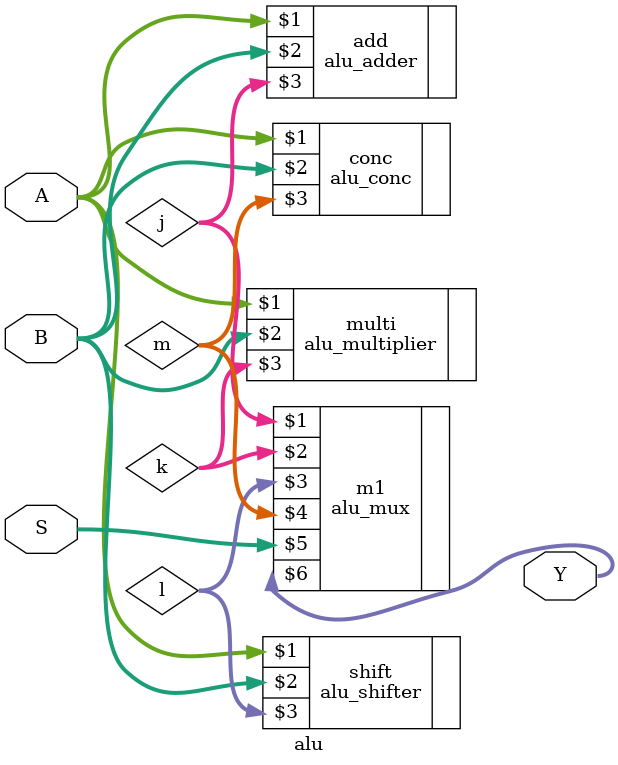
<source format=v>
`timescale 1ns / 1ps


`timescale 1ns / 1ps

// EC-311 Lab-1 Part-2
  // The names of the variables are as described in the lab handout

module alu #
(
  parameter INPUT_WIDTH = 4,
  parameter OUTPUT_WIDTH = 8,
  parameter SELECT_WIDTH = 2
)
(
  // The inputs 
  input wire [INPUT_WIDTH-1:0]      A,
  input wire [INPUT_WIDTH-1:0]      B,
  input wire [SELECT_WIDTH-1:0]     S,

  // The outputs
  output wire [OUTPUT_WIDTH-1:0]           Y

);
wire[7:0] j;
wire[7:0] k;
wire[7:0] l;
wire[7:0] m;
alu_adder add(A,B,j)   ;
alu_multiplier multi(A,B,k);
alu_shifter shift(A,B,l);
alu_conc conc (A,B,m);
alu_mux m1(j,k,l,m,S,Y);


endmodule



</source>
